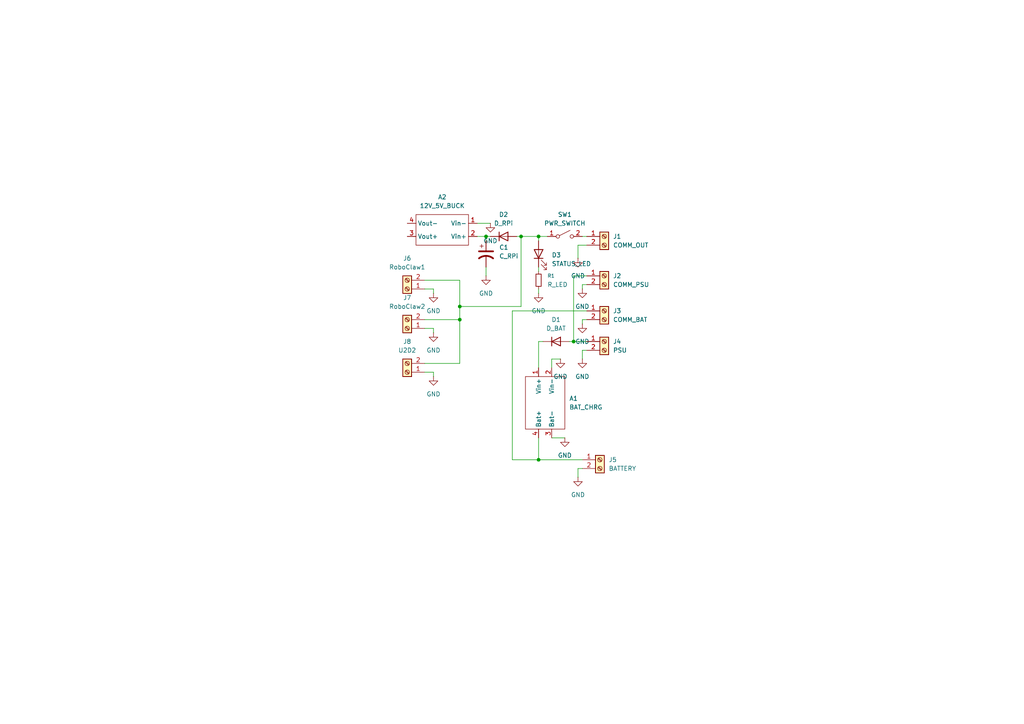
<source format=kicad_sch>
(kicad_sch (version 20250114) (generator "eeschema") (generator_version "9.0")
  (paper "A4")
  (lib_symbols
    (symbol "Connector:Screw_Terminal_01x02" (pin_names (offset 1.016) (hide yes))
      (property "Reference" "J" (at 0 2.54 0))
      (property "Value" "Screw_Terminal_01x02" (at 0 -5.08 0))
      (symbol "Screw_Terminal_01x02_1_1"
        (rectangle (start -1.27 1.27) (end 1.27 -3.81) (stroke (width 0.254)) (fill (type background)))
        (polyline (pts (xy -0.5334 0.3302) (xy 0.3302 -0.508)) (stroke (width 0.1524)))
        (polyline (pts (xy -0.5334 -2.2098) (xy 0.3302 -3.048)) (stroke (width 0.1524)))
        (polyline (pts (xy -0.3556 0.508) (xy 0.508 -0.3302)) (stroke (width 0.1524)))
        (polyline (pts (xy -0.3556 -2.032) (xy 0.508 -2.8702)) (stroke (width 0.1524)))
        (circle (center 0 0) (radius 0.635) (stroke (width 0.1524)))
        (circle (center 0 -2.54) (radius 0.635) (stroke (width 0.1524)))
        (pin passive line (at -5.08 0 0) (length 3.81) (name "Pin_1") (number "1"))
        (pin passive line (at -5.08 -2.54 0) (length 3.81) (name "Pin_2") (number "2"))
      )
    )
    (symbol "Device:C_Polarized_US" (pin_numbers (hide yes)) (pin_names (offset 0.254) (hide yes))
      (property "Reference" "C" (at 0.635 2.54 0))
      (property "Value" "C_Polarized_US" (at 0.635 -2.54 0))
      (symbol "C_Polarized_US_0_1"
        (polyline (pts (xy -2.032 0.762) (xy 2.032 0.762)) (stroke (width 0.508)))
        (polyline (pts (xy -1.778 2.286) (xy -0.762 2.286)))
        (polyline (pts (xy -1.27 1.778) (xy -1.27 2.794)))
        (arc (start -2.032 -1.27) (mid 0 -0.5572) (end 2.032 -1.27) (stroke (width 0.508)))
      )
      (symbol "C_Polarized_US_1_1"
        (pin passive line (at 0 3.81 270) (length 2.794) (name "~") (number "1"))
        (pin passive line (at 0 -3.81 90) (length 3.302) (name "~") (number "2"))
      )
    )
    (symbol "Device:D" (pin_numbers (hide yes)) (pin_names (offset 1.016) (hide yes))
      (property "Reference" "D" (at 0 2.54 0))
      (property "Value" "D" (at 0 -2.54 0))
      (symbol "D_0_1"
        (polyline (pts (xy -1.27 1.27) (xy -1.27 -1.27)) (stroke (width 0.254)))
        (polyline (pts (xy 1.27 1.27) (xy 1.27 -1.27) (xy -1.27 0) (xy 1.27 1.27)) (stroke (width 0.254)))
        (polyline (pts (xy 1.27 0) (xy -1.27 0)))
      )
      (symbol "D_1_1"
        (pin passive line (at -3.81 0 0) (length 2.54) (name "K") (number "1"))
        (pin passive line (at 3.81 0 180) (length 2.54) (name "A") (number "2"))
      )
    )
    (symbol "Device:LED" (pin_numbers (hide yes)) (pin_names (offset 1.016) (hide yes))
      (property "Reference" "D" (at 0 2.54 0))
      (property "Value" "LED" (at 0 -2.54 0))
      (symbol "LED_0_1"
        (polyline (pts (xy -3.048 -0.762) (xy -4.572 -2.286) (xy -3.81 -2.286) (xy -4.572 -2.286) (xy -4.572 -1.524)))
        (polyline (pts (xy -1.778 -0.762) (xy -3.302 -2.286) (xy -2.54 -2.286) (xy -3.302 -2.286) (xy -3.302 -1.524)))
        (polyline (pts (xy -1.27 0) (xy 1.27 0)))
        (polyline (pts (xy -1.27 -1.27) (xy -1.27 1.27)) (stroke (width 0.254)))
        (polyline (pts (xy 1.27 -1.27) (xy 1.27 1.27) (xy -1.27 0) (xy 1.27 -1.27)) (stroke (width 0.254)))
      )
      (symbol "LED_1_1"
        (pin passive line (at -3.81 0 0) (length 2.54) (name "K") (number "1"))
        (pin passive line (at 3.81 0 180) (length 2.54) (name "A") (number "2"))
      )
    )
    (symbol "Device:R_Small" (pin_numbers (hide yes)) (pin_names (offset 0.254) (hide yes))
      (property "Reference" "R" (at 0 0 90))
      (property "Value" "R_Small" (at 1.778 0 90))
      (symbol "R_Small_0_1"
        (rectangle (start -0.762 1.778) (end 0.762 -1.778) (stroke (width 0.2032)))
      )
      (symbol "R_Small_1_1"
        (pin passive line (at 0 2.54 270) (length 0.762) (name "~") (number "1"))
        (pin passive line (at 0 -2.54 90) (length 0.762) (name "~") (number "2"))
      )
    )
    (symbol "Switch:SW_SPST" (pin_names (offset 0) (hide yes))
      (property "Reference" "SW" (at 0 3.175 0))
      (property "Value" "SW_SPST" (at 0 -2.54 0))
      (symbol "SW_SPST_0_0"
        (circle (center -2.032 0) (radius 0.508))
        (polyline (pts (xy -1.524 0.254) (xy 1.524 1.778)))
        (circle (center 2.032 0) (radius 0.508))
      )
      (symbol "SW_SPST_1_1"
        (pin passive line (at -5.08 0 0) (length 2.54) (name "A") (number "1"))
        (pin passive line (at 5.08 0 180) (length 2.54) (name "B") (number "2"))
      )
    )
    (symbol "components:12V_5V_BUCK"
      (property "Reference" "A" (at 0 0 0))
      (symbol "12V_5V_BUCK_0_1"
        (rectangle (start -7.62 -1.27) (end 7.62 -10.16))
      )
      (symbol "12V_5V_BUCK_1_1"
        (pin input line (at -10.16 -3.81 0) (length 2.54) (name "Vout-") (number "4"))
        (pin input line (at -10.16 -7.62 0) (length 2.54) (name "Vout+") (number "3"))
        (pin input line (at 10.16 -3.81 180) (length 2.54) (name "Vin-") (number "1"))
        (pin input line (at 10.16 -7.62 180) (length 2.54) (name "Vin+") (number "2"))
      )
    )
    (symbol "components:Bat_CHRG"
      (property "Reference" "A" (at 0 0 0))
      (symbol "Bat_CHRG_0_1"
        (rectangle (start -7.62 -1.27) (end 7.62 -12.7))
      )
      (symbol "Bat_CHRG_1_1"
        (pin output line (at -10.16 -5.08 0) (length 2.54) (name "Bat+") (number "4"))
        (pin output line (at -10.16 -8.89 0) (length 2.54) (name "Bat-") (number "3"))
        (pin input line (at 10.16 -5.08 180) (length 2.54) (name "Vin+") (number "1"))
        (pin input line (at 10.16 -8.89 180) (length 2.54) (name "Vin-") (number "2"))
      )
    )
    (symbol "power:GND" (power) (pin_numbers (hide yes)) (pin_names (offset 0) (hide yes))
      (property "Value" "GND" (at 0 -3.81 0))
      (symbol "GND_0_1"
        (polyline (pts (xy 0 0) (xy 0 -1.27) (xy 1.27 -1.27) (xy 0 -2.54) (xy -1.27 -1.27) (xy 0 -1.27)))
      )
      (symbol "GND_1_1"
        (pin power_in line (at 0 0 270) (length 0) (name "~") (number "1"))
      )
    )
  )
  (junction (at 140.97 68.58))
  (junction (at 133.35 88.9))
  (junction (at 166.37 99.06))
  (junction (at 156.21 68.58))
  (junction (at 151.13 68.58))
  (junction (at 156.21 133.35))
  (junction (at 133.35 92.71))
  (wire (pts (xy 170.18 90.17) (xy 148.59 90.17)))
  (wire (pts (xy 140.97 68.58) (xy 140.97 69.85)))
  (wire (pts (xy 168.91 82.55) (xy 168.91 83.82)))
  (wire (pts (xy 123.19 105.41) (xy 133.35 105.41)))
  (wire (pts (xy 140.97 68.58) (xy 142.24 68.58)))
  (wire (pts (xy 167.64 74.93) (xy 167.64 71.12)))
  (wire (pts (xy 167.64 71.12) (xy 170.18 71.12)))
  (wire (pts (xy 170.18 101.6) (xy 168.91 101.6)))
  (wire (pts (xy 170.18 82.55) (xy 168.91 82.55)))
  (wire (pts (xy 168.91 101.6) (xy 168.91 104.14)))
  (wire (pts (xy 168.91 68.58) (xy 170.18 68.58)))
  (wire (pts (xy 156.21 133.35) (xy 156.21 127)))
  (wire (pts (xy 133.35 88.9) (xy 133.35 81.28)))
  (wire (pts (xy 151.13 68.58) (xy 151.13 88.9)))
  (wire (pts (xy 170.18 92.71) (xy 168.91 92.71)))
  (wire (pts (xy 160.02 104.14) (xy 160.02 106.68)))
  (wire (pts (xy 148.59 90.17) (xy 148.59 133.35)))
  (wire (pts (xy 140.97 77.47) (xy 140.97 80.01)))
  (wire (pts (xy 133.35 81.28) (xy 123.19 81.28)))
  (wire (pts (xy 167.64 135.89) (xy 167.64 138.43)))
  (wire (pts (xy 123.19 95.25) (xy 125.73 95.25)))
  (wire (pts (xy 123.19 92.71) (xy 133.35 92.71)))
  (wire (pts (xy 156.21 106.68) (xy 156.21 99.06)))
  (wire (pts (xy 156.21 77.47) (xy 156.21 78.74)))
  (wire (pts (xy 151.13 68.58) (xy 156.21 68.58)))
  (wire (pts (xy 168.91 135.89) (xy 167.64 135.89)))
  (wire (pts (xy 168.91 133.35) (xy 156.21 133.35)))
  (wire (pts (xy 123.19 83.82) (xy 125.73 83.82)))
  (wire (pts (xy 162.56 104.14) (xy 160.02 104.14)))
  (wire (pts (xy 156.21 68.58) (xy 156.21 69.85)))
  (wire (pts (xy 123.19 107.95) (xy 125.73 107.95)))
  (wire (pts (xy 156.21 99.06) (xy 157.48 99.06)))
  (wire (pts (xy 149.86 68.58) (xy 151.13 68.58)))
  (wire (pts (xy 138.43 64.77) (xy 142.24 64.77)))
  (wire (pts (xy 168.91 92.71) (xy 168.91 93.98)))
  (wire (pts (xy 166.37 80.01) (xy 166.37 99.06)))
  (wire (pts (xy 133.35 92.71) (xy 133.35 88.9)))
  (wire (pts (xy 170.18 80.01) (xy 166.37 80.01)))
  (wire (pts (xy 166.37 99.06) (xy 170.18 99.06)))
  (wire (pts (xy 138.43 68.58) (xy 140.97 68.58)))
  (wire (pts (xy 133.35 105.41) (xy 133.35 92.71)))
  (wire (pts (xy 151.13 88.9) (xy 133.35 88.9)))
  (wire (pts (xy 156.21 68.58) (xy 158.75 68.58)))
  (wire (pts (xy 165.1 99.06) (xy 166.37 99.06)))
  (wire (pts (xy 156.21 83.82) (xy 156.21 85.09)))
  (wire (pts (xy 160.02 127) (xy 163.83 127)))
  (wire (pts (xy 148.59 133.35) (xy 156.21 133.35)))
  (wire (pts (xy 125.73 107.95) (xy 125.73 109.22)))
  (wire (pts (xy 125.73 95.25) (xy 125.73 96.52)))
  (wire (pts (xy 125.73 83.82) (xy 125.73 85.09)))
  (symbol (lib_id "Device:R_Small") (at 156.21 81.28 0) (unit 1)
    (property "Reference" "R1" (at 158.75 80.0099 0) (effects (font (size 1.016 1.016)) (justify left)))
    (property "Value" "R_LED" (at 158.75 82.5499 0) (effects (justify left)))
    (property "Footprint" "Resistor_THT:R_Axial_DIN0204_L3.6mm_D1.6mm_P7.62mm_Horizontal" (effects (hide yes)))
    (property "Description" "Resistor, small symbol" (effects (hide yes)))
  )
  (symbol (lib_id "Connector:Screw_Terminal_01x02") (at 118.11 107.95 180) (unit 1)
    (property "Reference" "J8" (at 118.11 99.06 0))
    (property "Value" "U2D2" (at 118.11 101.6 0))
    (property "Footprint" "TerminalBlock:TerminalBlock_MaiXu_MX126-5.0-02P_1x02_P5.00mm" (effects (hide yes)))
    (property "Description" "Generic screw terminal, single row, 01x02, script generated (kicad-library-utils/schlib/autogen/connector/)" (effects (hide yes)))
  )
  (symbol (lib_id "power:GND") (at 125.73 109.22 0) (unit 1)
    (property "Reference" "#PWR08" (effects (hide yes)))
    (property "Value" "GND" (at 125.73 114.3 0))
    (property "Description" "Power symbol creates a global label with name \"GND\" , ground" (effects (hide yes)))
  )
  (symbol (lib_id "Connector:Screw_Terminal_01x02") (at 175.26 99.06 0) (unit 1)
    (property "Reference" "J4" (at 177.8 99.0599 0) (effects (justify left)))
    (property "Value" "PSU" (at 177.8 101.5999 0) (effects (justify left)))
    (property "Footprint" "TerminalBlock:TerminalBlock_MaiXu_MX126-5.0-02P_1x02_P5.00mm" (effects (hide yes)))
    (property "Description" "Generic screw terminal, single row, 01x02, script generated (kicad-library-utils/schlib/autogen/connector/)" (effects (hide yes)))
  )
  (symbol (lib_id "components:Bat_CHRG") (at 151.13 116.84 90) (unit 1)
    (property "Reference" "A1" (at 165.1 115.5699 90) (effects (justify right)))
    (property "Value" "BAT_CHRG" (at 165.1 118.1099 90) (effects (justify right)))
    (property "Footprint" "components:BAT_CHRG" (effects (hide yes)))
  )
  (symbol (lib_id "power:GND") (at 140.97 80.01 0) (unit 1)
    (property "Reference" "#PWR01" (effects (hide yes)))
    (property "Value" "GND" (at 140.97 85.09 0))
    (property "Description" "Power symbol creates a global label with name \"GND\" , ground" (effects (hide yes)))
  )
  (symbol (lib_id "Device:D") (at 161.29 99.06 0) (unit 1)
    (property "Reference" "D1" (at 161.29 92.71 0))
    (property "Value" "D_BAT" (at 161.29 95.25 0))
    (property "Footprint" "Diode_THT:D_DO-27_P15.24mm_Horizontal" (effects (hide yes)))
    (property "Description" "Diode" (effects (hide yes)))
    (property "Sim.Device" "D" (effects (hide yes)))
    (property "Sim.Pins" "1=K 2=A" (effects (hide yes)))
  )
  (symbol (lib_id "power:GND") (at 168.91 93.98 0) (unit 1)
    (property "Reference" "#PWR010" (effects (hide yes)))
    (property "Value" "GND" (at 168.91 99.06 0))
    (property "Description" "Power symbol creates a global label with name \"GND\" , ground" (effects (hide yes)))
  )
  (symbol (lib_id "Switch:SW_SPST") (at 163.83 68.58 0) (unit 1)
    (property "Reference" "SW1" (at 163.83 62.23 0))
    (property "Value" "PWR_SWITCH" (at 163.83 64.77 0))
    (property "Footprint" "components:switch" (effects (hide yes)))
    (property "Description" "Single Pole Single Throw (SPST) switch" (effects (hide yes)))
  )
  (symbol (lib_id "power:GND") (at 162.56 104.14 0) (unit 1)
    (property "Reference" "#PWR012" (effects (hide yes)))
    (property "Value" "GND" (at 162.56 109.22 0))
    (property "Description" "Power symbol creates a global label with name \"GND\" , ground" (effects (hide yes)))
  )
  (symbol (lib_id "Connector:Screw_Terminal_01x02") (at 175.26 68.58 0) (unit 1)
    (property "Reference" "J1" (at 177.8 68.5799 0) (effects (justify left)))
    (property "Value" "COMM_OUT" (at 177.8 71.1199 0) (effects (justify left)))
    (property "Footprint" "TerminalBlock:TerminalBlock_MaiXu_MX126-5.0-02P_1x02_P5.00mm" (effects (hide yes)))
    (property "Description" "Generic screw terminal, single row, 01x02, script generated (kicad-library-utils/schlib/autogen/connector/)" (effects (hide yes)))
  )
  (symbol (lib_id "power:GND") (at 125.73 96.52 0) (unit 1)
    (property "Reference" "#PWR07" (effects (hide yes)))
    (property "Value" "GND" (at 125.73 101.6 0))
    (property "Description" "Power symbol creates a global label with name \"GND\" , ground" (effects (hide yes)))
  )
  (symbol (lib_id "components:12V_5V_BUCK") (at 128.27 60.96 0) (unit 1)
    (property "Reference" "A2" (at 128.27 57.15 0))
    (property "Value" "12V_5V_BUCK" (at 128.27 59.69 0))
    (property "Footprint" "components:12V_5V_BUCK" (effects (hide yes)))
  )
  (symbol (lib_id "Connector:Screw_Terminal_01x02") (at 173.99 133.35 0) (unit 1)
    (property "Reference" "J5" (at 176.53 133.3499 0) (effects (justify left)))
    (property "Value" "BATTERY" (at 176.53 135.8899 0) (effects (justify left)))
    (property "Footprint" "TerminalBlock:TerminalBlock_MaiXu_MX126-5.0-02P_1x02_P5.00mm" (effects (hide yes)))
    (property "Description" "Generic screw terminal, single row, 01x02, script generated (kicad-library-utils/schlib/autogen/connector/)" (effects (hide yes)))
  )
  (symbol (lib_id "Connector:Screw_Terminal_01x02") (at 175.26 90.17 0) (unit 1)
    (property "Reference" "J3" (at 177.8 90.1699 0) (effects (justify left)))
    (property "Value" "COMM_BAT" (at 177.8 92.7099 0) (effects (justify left)))
    (property "Footprint" "TerminalBlock:TerminalBlock_MaiXu_MX126-5.0-02P_1x02_P5.00mm" (effects (hide yes)))
    (property "Description" "Generic screw terminal, single row, 01x02, script generated (kicad-library-utils/schlib/autogen/connector/)" (effects (hide yes)))
  )
  (symbol (lib_id "power:GND") (at 167.64 74.93 0) (unit 1)
    (property "Reference" "#PWR05" (effects (hide yes)))
    (property "Value" "GND" (at 167.64 80.01 0))
    (property "Description" "Power symbol creates a global label with name \"GND\" , ground" (effects (hide yes)))
  )
  (symbol (lib_id "Connector:Screw_Terminal_01x02") (at 118.11 95.25 180) (unit 1)
    (property "Reference" "J7" (at 118.11 86.36 0))
    (property "Value" "RoboClaw2" (at 118.11 88.9 0))
    (property "Footprint" "TerminalBlock:TerminalBlock_MaiXu_MX126-5.0-02P_1x02_P5.00mm" (effects (hide yes)))
    (property "Description" "Generic screw terminal, single row, 01x02, script generated (kicad-library-utils/schlib/autogen/connector/)" (effects (hide yes)))
  )
  (symbol (lib_id "Device:D") (at 146.05 68.58 0) (unit 1)
    (property "Reference" "D2" (at 146.05 62.23 0))
    (property "Value" "D_RPi" (at 146.05 64.77 0))
    (property "Footprint" "Diode_THT:D_DO-27_P15.24mm_Horizontal" (effects (hide yes)))
    (property "Description" "Diode" (effects (hide yes)))
    (property "Sim.Device" "D" (effects (hide yes)))
    (property "Sim.Pins" "1=K 2=A" (effects (hide yes)))
  )
  (symbol (lib_id "power:GND") (at 168.91 83.82 0) (unit 1)
    (property "Reference" "#PWR09" (effects (hide yes)))
    (property "Value" "GND" (at 168.91 88.9 0))
    (property "Description" "Power symbol creates a global label with name \"GND\" , ground" (effects (hide yes)))
  )
  (symbol (lib_id "power:GND") (at 168.91 104.14 0) (unit 1)
    (property "Reference" "#PWR04" (effects (hide yes)))
    (property "Value" "GND" (at 168.91 109.22 0))
    (property "Description" "Power symbol creates a global label with name \"GND\" , ground" (effects (hide yes)))
  )
  (symbol (lib_id "power:GND") (at 156.21 85.09 0) (unit 1)
    (property "Reference" "#PWR013" (effects (hide yes)))
    (property "Value" "GND" (at 156.21 90.17 0))
    (property "Description" "Power symbol creates a global label with name \"GND\" , ground" (effects (hide yes)))
  )
  (symbol (lib_id "Device:LED") (at 156.21 73.66 90) (unit 1)
    (property "Reference" "D3" (at 160.02 73.9774 90) (effects (justify right)))
    (property "Value" "STATUS_LED" (at 160.02 76.5174 90) (effects (justify right)))
    (property "Footprint" "LED_THT:LED_D3.0mm" (effects (hide yes)))
    (property "Description" "Light emitting diode" (effects (hide yes)))
    (property "Sim.Pins" "1=K 2=A" (effects (hide yes)))
  )
  (symbol (lib_id "Connector:Screw_Terminal_01x02") (at 118.11 83.82 180) (unit 1)
    (property "Reference" "J6" (at 118.11 74.93 0))
    (property "Value" "RoboClaw1" (at 118.11 77.47 0))
    (property "Footprint" "TerminalBlock:TerminalBlock_MaiXu_MX126-5.0-02P_1x02_P5.00mm" (effects (hide yes)))
    (property "Description" "Generic screw terminal, single row, 01x02, script generated (kicad-library-utils/schlib/autogen/connector/)" (effects (hide yes)))
  )
  (symbol (lib_id "power:GND") (at 167.64 138.43 0) (unit 1)
    (property "Reference" "#PWR03" (effects (hide yes)))
    (property "Value" "GND" (at 167.64 143.51 0))
    (property "Description" "Power symbol creates a global label with name \"GND\" , ground" (effects (hide yes)))
  )
  (symbol (lib_id "power:GND") (at 163.83 127 0) (unit 1)
    (property "Reference" "#PWR02" (effects (hide yes)))
    (property "Value" "GND" (at 163.83 132.08 0))
    (property "Description" "Power symbol creates a global label with name \"GND\" , ground" (effects (hide yes)))
  )
  (symbol (lib_id "Connector:Screw_Terminal_01x02") (at 175.26 80.01 0) (unit 1)
    (property "Reference" "J2" (at 177.8 80.0099 0) (effects (justify left)))
    (property "Value" "COMM_PSU" (at 177.8 82.5499 0) (effects (justify left)))
    (property "Footprint" "TerminalBlock:TerminalBlock_MaiXu_MX126-5.0-02P_1x02_P5.00mm" (effects (hide yes)))
    (property "Description" "Generic screw terminal, single row, 01x02, script generated (kicad-library-utils/schlib/autogen/connector/)" (effects (hide yes)))
  )
  (symbol (lib_id "Device:C_Polarized_US") (at 140.97 73.66 0) (unit 1)
    (property "Reference" "C1" (at 144.78 71.7549 0) (effects (justify left)))
    (property "Value" "C_RPi" (at 144.78 74.2949 0) (effects (justify left)))
    (property "Footprint" "Capacitor_THT:CP_Radial_D18.0mm_P7.50mm" (effects (hide yes)))
    (property "Description" "Polarized capacitor, US symbol" (effects (hide yes)))
  )
  (symbol (lib_id "power:GND") (at 142.24 64.77 0) (unit 1)
    (property "Reference" "#PWR011" (effects (hide yes)))
    (property "Value" "GND" (at 142.24 69.85 0))
    (property "Description" "Power symbol creates a global label with name \"GND\" , ground" (effects (hide yes)))
  )
  (symbol (lib_id "power:GND") (at 125.73 85.09 0) (unit 1)
    (property "Reference" "#PWR06" (effects (hide yes)))
    (property "Value" "GND" (at 125.73 90.17 0))
    (property "Description" "Power symbol creates a global label with name \"GND\" , ground" (effects (hide yes)))
  )
)
</source>
